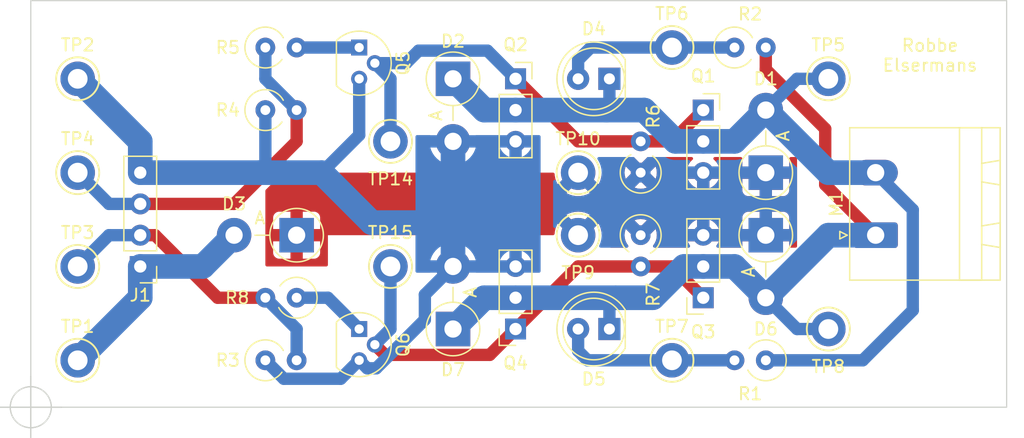
<source format=kicad_pcb>
(kicad_pcb (version 20221018) (generator pcbnew)
  (title_block (title "H-Brug") (date "2023-04-12") (rev "V1.1"))
  (layers (0 "F.Cu" signal) (31 "B.Cu" signal) (34 "B.Paste" user) (35 "F.Paste" user) (36 "B.SilkS" user "B.Silkscreen") (37 "F.SilkS" user "F.Silkscreen") (38 "B.Mask" user) (39 "F.Mask" user) (44 "Edge.Cuts" user))
  (net 0 "")
  (net 1 "Net-(D1-Pad1)")
  (net 2 "Net-(D1-Pad2)")
  (net 3 "GND")
  (net 4 "VCC_MOTOR")
  (net 5 "Net-(D4-Pad2)")
  (net 6 "Net-(D5-Pad1)")
  (net 7 "Net-(D5-Pad2)")
  (net 8 "EN_L")
  (net 9 "EN_R")
  (net 10 "Net-(Q1-Pad1)")
  (net 11 "Net-(Q3-Pad1)")
  (net 12 "Net-(Q5-Pad1)")
  (net 13 "Net-(Q6-Pad1)")
  (footprint "LED_THT:LED_D5.0mm" (layer "F.Cu") (at 130.81 80.01 180)
    (fp_text reference "D4" (at 1.27 4.064) (layer "F.SilkS"))
    (fp_text value "LED")
    (fp_line (start -1.29 -1.545) (end -1.29 1.545) (stroke (width 0.12)) (layer "F.SilkS"))
    (fp_arc (start -1.29 -1.54483) (mid 2.072002 -2.880433) (end 4.26 0.000462) (stroke (width 0.12)) (layer "F.SilkS"))
    (fp_arc (start 4.26 -0.000462) (mid 2.072002 2.880433) (end -1.29 1.54483) (stroke (width 0.12)) (layer "F.SilkS"))
    (fp_circle (center 1.27 0) (end 3.77 0) (stroke (width 0.12)) (fill none) (layer "F.SilkS"))
    (pad "1" thru_hole rect (at 0 0 180) (size 1.8 1.8) (drill 0.9) (layers "*.Cu" "*.Mask") (net 2 "Net-(D1-Pad2)"))
    (pad "2" thru_hole circle (at 2.54 0 180) (size 1.8 1.8) (drill 0.9) (layers "*.Cu" "*.Mask") (net 5 "Net-(D4-Pad2)"))
  )
  (footprint "Connector_PinHeader_2.54mm:PinHeader_1x04_P2.54mm_Vertical" (layer "F.Cu") (at 92.71 95.25 180)
    (fp_text reference "J1" (at 0 -2.33) (layer "F.SilkS"))
    (fp_text value "Conn_01x04")
    (fp_line (start -1.33 -1.33) (end 0 -1.33) (stroke (width 0.12)) (layer "F.SilkS"))
    (fp_line (start -1.33 0) (end -1.33 -1.33) (stroke (width 0.12)) (layer "F.SilkS"))
    (fp_line (start -1.33 1.27) (end -1.33 8.95) (stroke (width 0.12)) (layer "F.SilkS"))
    (fp_line (start -1.33 1.27) (end 1.33 1.27) (stroke (width 0.12)) (layer "F.SilkS"))
    (fp_line (start -1.33 8.95) (end 1.33 8.95) (stroke (width 0.12)) (layer "F.SilkS"))
    (fp_line (start 1.33 1.27) (end 1.33 8.95) (stroke (width 0.12)) (layer "F.SilkS"))
    (pad "1" thru_hole rect (at 0 0 180) (size 1.7 1.7) (drill 1) (layers "*.Cu" "*.Mask") (net 4 "VCC_MOTOR"))
    (pad "2" thru_hole oval (at 0 2.54 180) (size 1.7 1.7) (drill 1) (layers "*.Cu" "*.Mask") (net 8 "EN_L"))
    (pad "3" thru_hole oval (at 0 5.08 180) (size 1.7 1.7) (drill 1) (layers "*.Cu" "*.Mask") (net 9 "EN_R"))
    (pad "4" thru_hole oval (at 0 7.62 180) (size 1.7 1.7) (drill 1) (layers "*.Cu" "*.Mask") (net 3 "GND"))
  )
  (footprint "TestPoint:TestPoint_Keystone_5005-5009_Compact" (layer "F.Cu") (at 87.63 80.01)
    (fp_text reference "TP2" (at 0 -2.75) (layer "F.SilkS"))
    (fp_text value "TestPoint")
    (fp_circle (center 0 0) (end 1.75 0) (stroke (width 0.15)) (fill none) (layer "F.SilkS"))
    (pad "1" thru_hole circle (at 0 0) (size 2.8 2.8) (drill 1.6) (layers "*.Cu" "*.Mask") (net 3 "GND"))
  )
  (footprint "Diode_THT:D_5W_P5.08mm_Vertical_AnodeUp" (layer "F.Cu") (at 143.51 87.63 90)
    (fp_text reference "D1" (at 7.62 0 180) (layer "F.SilkS"))
    (fp_text value "D")
    (fp_text user "A" (at 2.98 1.4 90) (layer "F.SilkS"))
    (fp_line (start 2.174899 0) (end 3.38 0) (stroke (width 0.12)) (layer "F.SilkS"))
    (fp_circle (center 0 0) (end 2.174899 0) (stroke (width 0.12)) (fill none) (layer "F.SilkS"))
    (pad "1" thru_hole rect (at 0 0 90) (size 2.8 2.8) (drill 1.4) (layers "*.Cu" "*.Mask") (net 1 "Net-(D1-Pad1)"))
    (pad "2" thru_hole oval (at 5.08 0 90) (size 2.8 2.8) (drill 1.4) (layers "*.Cu" "*.Mask") (net 2 "Net-(D1-Pad2)"))
  )
  (footprint "Connector_PinSocket_2.54mm:PinSocket_1x03_P2.54mm_Vertical" (layer "F.Cu") (at 138.43 97.79 180)
    (fp_text reference "Q3" (at 0 -2.77) (layer "F.SilkS"))
    (fp_text value "Q_PMOS_GDS")
    (fp_line (start -1.33 1.27) (end -1.33 6.41) (stroke (width 0.12)) (layer "F.SilkS"))
    (fp_line (start -1.33 1.27) (end 1.33 1.27) (stroke (width 0.12)) (layer "F.SilkS"))
    (fp_line (start -1.33 6.41) (end 1.33 6.41) (stroke (width 0.12)) (layer "F.SilkS"))
    (fp_line (start 0 -1.33) (end 1.33 -1.33) (stroke (width 0.12)) (layer "F.SilkS"))
    (fp_line (start 1.33 -1.33) (end 1.33 0) (stroke (width 0.12)) (layer "F.SilkS"))
    (fp_line (start 1.33 1.27) (end 1.33 6.41) (stroke (width 0.12)) (layer "F.SilkS"))
    (pad "1" thru_hole rect (at 0 0 180) (size 1.7 1.7) (drill 1) (layers "*.Cu" "*.Mask") (net 11 "Net-(Q3-Pad1)"))
    (pad "2" thru_hole oval (at 0 2.54 180) (size 1.7 1.7) (drill 1) (layers "*.Cu" "*.Mask") (net 6 "Net-(D5-Pad1)"))
    (pad "3" thru_hole oval (at 0 5.08 180) (size 1.7 1.7) (drill 1) (layers "*.Cu" "*.Mask") (net 1 "Net-(D1-Pad1)"))
  )
  (footprint "Diode_THT:D_5W_P5.08mm_Vertical_AnodeUp" (layer "F.Cu") (at 143.51 92.71 -90)
    (fp_text reference "D6" (at 7.62 0 180) (layer "F.SilkS"))
    (fp_text value "D")
    (fp_text user "A" (at 2.98 1.4 90) (layer "F.SilkS"))
    (fp_line (start 2.174899 0) (end 3.38 0) (stroke (width 0.12)) (layer "F.SilkS"))
    (fp_circle (center 0 0) (end 2.174899 0) (stroke (width 0.12)) (fill none) (layer "F.SilkS"))
    (pad "1" thru_hole rect (at 0 0 270) (size 2.8 2.8) (drill 1.4) (layers "*.Cu" "*.Mask") (net 1 "Net-(D1-Pad1)"))
    (pad "2" thru_hole oval (at 5.08 0 270) (size 2.8 2.8) (drill 1.4) (layers "*.Cu" "*.Mask") (net 6 "Net-(D5-Pad1)"))
  )
  (footprint "Resistor_THT:R_Axial_DIN0309_L9.0mm_D3.2mm_P2.54mm_Vertical" (layer "F.Cu") (at 133.35 87.63 90)
    (fp_text reference "R6" (at 4.572 1.016 90) (layer "F.SilkS"))
    (fp_text value "10k")
    (fp_arc (start 1.344775 0.97138) (mid -1.655812 -0.101418) (end 1.453272 -0.8) (stroke (width 0.12)) (layer "F.SilkS"))
    (pad "1" thru_hole circle (at 0 0 90) (size 1.6 1.6) (drill 0.8) (layers "*.Cu" "*.Mask") (net 1 "Net-(D1-Pad1)"))
    (pad "2" thru_hole oval (at 2.54 0 90) (size 1.6 1.6) (drill 0.8) (layers "*.Cu" "*.Mask") (net 10 "Net-(Q1-Pad1)"))
  )
  (footprint "Resistor_THT:R_Axial_DIN0309_L9.0mm_D3.2mm_P2.54mm_Vertical" (layer "F.Cu") (at 143.51 102.87 180)
    (fp_text reference "R1" (at 1.27 -2.72) (layer "F.SilkS"))
    (fp_text value "560")
    (fp_arc (start 1.344775 0.97138) (mid -1.655812 -0.101418) (end 1.453272 -0.8) (stroke (width 0.12)) (layer "F.SilkS"))
    (pad "1" thru_hole circle (at 0 0 180) (size 1.6 1.6) (drill 0.8) (layers "*.Cu" "*.Mask") (net 2 "Net-(D1-Pad2)"))
    (pad "2" thru_hole oval (at 2.54 0 180) (size 1.6 1.6) (drill 0.8) (layers "*.Cu" "*.Mask") (net 7 "Net-(D5-Pad2)"))
  )
  (footprint "TestPoint:TestPoint_Keystone_5005-5009_Compact" (layer "F.Cu") (at 87.63 95.25)
    (fp_text reference "TP3" (at 0 -2.75) (layer "F.SilkS"))
    (fp_text value "TestPoint")
    (fp_circle (center 0 0) (end 1.75 0) (stroke (width 0.15)) (fill none) (layer "F.SilkS"))
    (pad "1" thru_hole circle (at 0 0) (size 2.8 2.8) (drill 1.6) (layers "*.Cu" "*.Mask") (net 8 "EN_L"))
  )
  (footprint "Package_TO_SOT_THT:TO-92" (layer "F.Cu") (at 110.49 77.47 -90)
    (fp_text reference "Q5" (at 1.27 -3.56 90) (layer "F.SilkS"))
    (fp_text value "Q_NPN_BCE")
    (fp_line (start -0.53 1.85) (end 3.07 1.85) (stroke (width 0.12)) (layer "F.SilkS"))
    (fp_arc (start -0.568478 1.838478) (mid -1.132087 -0.994977) (end 1.27 -2.6) (stroke (width 0.12)) (layer "F.SilkS"))
    (fp_arc (start 1.27 -2.6) (mid 3.672087 -0.994977) (end 3.108478 1.838478) (stroke (width 0.12)) (layer "F.SilkS"))
    (pad "1" thru_hole rect (at 0 0 270) (size 1.3 1.3) (drill 0.75) (layers "*.Cu" "*.Mask") (net 12 "Net-(Q5-Pad1)"))
    (pad "2" thru_hole circle (at 1.27 -1.27 270) (size 1.3 1.3) (drill 0.75) (layers "*.Cu" "*.Mask") (net 10 "Net-(Q1-Pad1)"))
    (pad "3" thru_hole circle (at 2.54 0 270) (size 1.3 1.3) (drill 0.75) (layers "*.Cu" "*.Mask") (net 3 "GND"))
  )
  (footprint "Resistor_THT:R_Axial_DIN0309_L9.0mm_D3.2mm_P2.54mm_Vertical" (layer "F.Cu") (at 102.87 77.47)
    (fp_text reference "R5" (at -3.048 0) (layer "F.SilkS"))
    (fp_text value "330")
    (fp_arc (start 1.344775 0.97138) (mid -1.655812 -0.101418) (end 1.453272 -0.8) (stroke (width 0.12)) (layer "F.SilkS"))
    (pad "1" thru_hole circle (at 0 0) (size 1.6 1.6) (drill 0.8) (layers "*.Cu" "*.Mask") (net 9 "EN_R"))
    (pad "2" thru_hole oval (at 2.54 0) (size 1.6 1.6) (drill 0.8) (layers "*.Cu" "*.Mask") (net 12 "Net-(Q5-Pad1)"))
  )
  (footprint "Diode_THT:D_5W_P5.08mm_Vertical_AnodeUp" (layer "F.Cu") (at 105.41 92.71 180)
    (fp_text reference "D3" (at 5.08 2.54) (layer "F.SilkS"))
    (fp_text value "D")
    (fp_text user "A" (at 2.98 1.4) (layer "F.SilkS"))
    (fp_line (start 2.174899 0) (end 3.38 0) (stroke (width 0.12)) (layer "F.SilkS"))
    (fp_circle (center 0 0) (end 2.174899 0) (stroke (width 0.12)) (fill none) (layer "F.SilkS"))
    (pad "1" thru_hole rect (at 0 0 180) (size 2.8 2.8) (drill 1.4) (layers "*.Cu" "*.Mask") (net 1 "Net-(D1-Pad1)"))
    (pad "2" thru_hole oval (at 5.08 0 180) (size 2.8 2.8) (drill 1.4) (layers "*.Cu" "*.Mask") (net 4 "VCC_MOTOR"))
  )
  (footprint "Diode_THT:D_5W_P5.08mm_Vertical_AnodeUp" (layer "F.Cu") (at 118.11 80.01 -90)
    (fp_text reference "D2" (at -3.048 0 180) (layer "F.SilkS"))
    (fp_text value "D")
    (fp_text user "A" (at 2.98 1.4 90) (layer "F.SilkS"))
    (fp_line (start 2.174899 0) (end 3.38 0) (stroke (width 0.12)) (layer "F.SilkS"))
    (fp_circle (center 0 0) (end 2.174899 0) (stroke (width 0.12)) (fill none) (layer "F.SilkS"))
    (pad "1" thru_hole rect (at 0 0 270) (size 2.8 2.8) (drill 1.4) (layers "*.Cu" "*.Mask") (net 2 "Net-(D1-Pad2)"))
    (pad "2" thru_hole oval (at 5.08 0 270) (size 2.8 2.8) (drill 1.4) (layers "*.Cu" "*.Mask") (net 3 "GND"))
  )
  (footprint "TestPoint:TestPoint_Keystone_5005-5009_Compact" (layer "F.Cu") (at 135.89 102.87)
    (fp_text reference "TP7" (at 0 -2.75) (layer "F.SilkS"))
    (fp_text value "TestPoint")
    (fp_circle (center 0 0) (end 1.75 0) (stroke (width 0.15)) (fill none) (layer "F.SilkS"))
    (pad "1" thru_hole circle (at 0 0) (size 2.8 2.8) (drill 1.6) (layers "*.Cu" "*.Mask") (net 7 "Net-(D5-Pad2)"))
  )
  (footprint "TestPoint:TestPoint_Keystone_5005-5009_Compact" (layer "F.Cu") (at 148.59 80.01)
    (fp_text reference "TP5" (at 0 -2.75) (layer "F.SilkS"))
    (fp_text value "TestPoint")
    (fp_circle (center 0 0) (end 1.75 0) (stroke (width 0.15)) (fill none) (layer "F.SilkS"))
    (pad "1" thru_hole circle (at 0 0) (size 2.8 2.8) (drill 1.6) (layers "*.Cu" "*.Mask") (net 2 "Net-(D1-Pad2)"))
  )
  (footprint "LED_THT:LED_D5.0mm" (layer "F.Cu") (at 130.81 100.33 180)
    (fp_text reference "D5" (at 1.27 -4.064) (layer "F.SilkS"))
    (fp_text value "LED")
    (fp_line (start -1.29 -1.545) (end -1.29 1.545) (stroke (width 0.12)) (layer "F.SilkS"))
    (fp_arc (start -1.29 -1.54483) (mid 2.072002 -2.880433) (end 4.26 0.000462) (stroke (width 0.12)) (layer "F.SilkS"))
    (fp_arc (start 4.26 -0.000462) (mid 2.072002 2.880433) (end -1.29 1.54483) (stroke (width 0.12)) (layer "F.SilkS"))
    (fp_circle (center 1.27 0) (end 3.77 0) (stroke (width 0.12)) (fill none) (layer "F.SilkS"))
    (pad "1" thru_hole rect (at 0 0 180) (size 1.8 1.8) (drill 0.9) (layers "*.Cu" "*.Mask") (net 6 "Net-(D5-Pad1)"))
    (pad "2" thru_hole circle (at 2.54 0 180) (size 1.8 1.8) (drill 0.9) (layers "*.Cu" "*.Mask") (net 7 "Net-(D5-Pad2)"))
  )
  (footprint "TestPoint:TestPoint_Keystone_5005-5009_Compact" (layer "F.Cu") (at 113.03 85.09)
    (fp_text reference "TP14" (at 0 3.048) (layer "F.SilkS"))
    (fp_text value "TestPoint")
    (fp_circle (center 0 0) (end 1.75 0) (stroke (width 0.15)) (fill none) (layer "F.SilkS"))
    (pad "1" thru_hole circle (at 0 0) (size 2.8 2.8) (drill 1.6) (layers "*.Cu" "*.Mask") (net 10 "Net-(Q1-Pad1)"))
  )
  (footprint "Connector_PinSocket_2.54mm:PinSocket_1x03_P2.54mm_Vertical" (layer "F.Cu") (at 123.19 80.01)
    (fp_text reference "Q2" (at 0 -2.77) (layer "F.SilkS"))
    (fp_text value "Q_NMOS_GDS")
    (fp_line (start -1.33 1.27) (end -1.33 6.41) (stroke (width 0.12)) (layer "F.SilkS"))
    (fp_line (start -1.33 1.27) (end 1.33 1.27) (stroke (width 0.12)) (layer "F.SilkS"))
    (fp_line (start -1.33 6.41) (end 1.33 6.41) (stroke (width 0.12)) (layer "F.SilkS"))
    (fp_line (start 0 -1.33) (end 1.33 -1.33) (stroke (width 0.12)) (layer "F.SilkS"))
    (fp_line (start 1.33 -1.33) (end 1.33 0) (stroke (width 0.12)) (layer "F.SilkS"))
    (fp_line (start 1.33 1.27) (end 1.33 6.41) (stroke (width 0.12)) (layer "F.SilkS"))
    (pad "1" thru_hole rect (at 0 0) (size 1.7 1.7) (drill 1) (layers "*.Cu" "*.Mask") (net 10 "Net-(Q1-Pad1)"))
    (pad "2" thru_hole oval (at 0 2.54) (size 1.7 1.7) (drill 1) (layers "*.Cu" "*.Mask") (net 2 "Net-(D1-Pad2)"))
    (pad "3" thru_hole oval (at 0 5.08) (size 1.7 1.7) (drill 1) (layers "*.Cu" "*.Mask") (net 3 "GND"))
  )
  (footprint "Resistor_THT:R_Axial_DIN0309_L9.0mm_D3.2mm_P2.54mm_Vertical" (layer "F.Cu") (at 105.41 97.79 180)
    (fp_text reference "R8" (at 4.826 0) (layer "F.SilkS"))
    (fp_text value "330")
    (fp_arc (start 1.344775 0.97138) (mid -1.655812 -0.101418) (end 1.453272 -0.8) (stroke (width 0.12)) (layer "F.SilkS"))
    (pad "1" thru_hole circle (at 0 0 180) (size 1.6 1.6) (drill 0.8) (layers "*.Cu" "*.Mask") (net 13 "Net-(Q6-Pad1)"))
    (pad "2" thru_hole oval (at 2.54 0 180) (size 1.6 1.6) (drill 0.8) (layers "*.Cu" "*.Mask") (net 8 "EN_L"))
  )
  (footprint "TestPoint:TestPoint_Keystone_5005-5009_Compact" (layer "F.Cu") (at 87.63 87.63)
    (fp_text reference "TP4" (at 0 -2.75) (layer "F.SilkS"))
    (fp_text value "TestPoint")
    (fp_circle (center 0 0) (end 1.75 0) (stroke (width 0.15)) (fill none) (layer "F.SilkS"))
    (pad "1" thru_hole circle (at 0 0) (size 2.8 2.8) (drill 1.6) (layers "*.Cu" "*.Mask") (net 9 "EN_R"))
  )
  (footprint "TestPoint:TestPoint_Keystone_5005-5009_Compact" (layer "F.Cu") (at 148.59 100.33)
    (fp_text reference "TP8" (at 0 3.048) (layer "F.SilkS"))
    (fp_text value "TestPoint")
    (fp_circle (center 0 0) (end 1.75 0) (stroke (width 0.15)) (fill none) (layer "F.SilkS"))
    (pad "1" thru_hole circle (at 0 0) (size 2.8 2.8) (drill 1.6) (layers "*.Cu" "*.Mask") (net 6 "Net-(D5-Pad1)"))
  )
  (footprint "Package_TO_SOT_THT:TO-92" (layer "F.Cu") (at 110.49 100.33 -90)
    (fp_text reference "Q6" (at 1.27 -3.56 90) (layer "F.SilkS"))
    (fp_text value "Q_NPN_BCE")
    (fp_line (start -0.53 1.85) (end 3.07 1.85) (stroke (width 0.12)) (layer "F.SilkS"))
    (fp_arc (start -0.568478 1.838478) (mid -1.132087 -0.994977) (end 1.27 -2.6) (stroke (width 0.12)) (layer "F.SilkS"))
    (fp_arc (start 1.27 -2.6) (mid 3.672087 -0.994977) (end 3.108478 1.838478) (stroke (width 0.12)) (layer "F.SilkS"))
    (pad "1" thru_hole rect (at 0 0 270) (size 1.3 1.3) (drill 0.75) (layers "*.Cu" "*.Mask") (net 13 "Net-(Q6-Pad1)"))
    (pad "2" thru_hole circle (at 1.27 -1.27 270) (size 1.3 1.3) (drill 0.75) (layers "*.Cu" "*.Mask") (net 11 "Net-(Q3-Pad1)"))
    (pad "3" thru_hole circle (at 2.54 0 270) (size 1.3 1.3) (drill 0.75) (layers "*.Cu" "*.Mask") (net 3 "GND"))
  )
  (footprint "Connector_Phoenix_MSTB:PhoenixContact_MSTBA_2,5_2-G-5,08_1x02_P5.08mm_Horizontal" (layer "F.Cu") (at 152.4325 92.71 90)
    (fp_text reference "M1" (at 2.54 -3.2 90) (layer "F.SilkS"))
    (fp_text value "Motor_DC")
    (fp_line (start -3.65 -2.11) (end -3.65 10.11) (stroke (width 0.12)) (layer "F.SilkS"))
    (fp_line (start -3.65 6.81) (end 8.73 6.81) (stroke (width 0.12)) (layer "F.SilkS"))
    (fp_line (start -3.65 8.61) (end -3.65 6.81) (stroke (width 0.12)) (layer "F.SilkS"))
    (fp_line (start -3.65 10.11) (end 8.73 10.11) (stroke (width 0.12)) (layer "F.SilkS"))
    (fp_line (start -1 10.11) (end 1 10.11) (stroke (width 0.12)) (layer "F.SilkS"))
    (fp_line (start -0.75 8.61) (end -1 10.11) (stroke (width 0.12)) (layer "F.SilkS"))
    (fp_line (start -0.3 -2.91) (end 0.3 -2.91) (stroke (width 0.12)) (layer "F.SilkS"))
    (fp_line (start 0 -2.31) (end -0.3 -2.91) (stroke (width 0.12)) (layer "F.SilkS"))
    (fp_line (start 0.3 -2.91) (end 0 -2.31) (stroke (width 0.12)) (layer "F.SilkS"))
    (fp_line (start 0.75 8.61) (end -0.75 8.61) (stroke (width 0.12)) (layer "F.SilkS"))
    (fp_line (start 1 10.11) (end 0.75 8.61) (stroke (width 0.12)) (layer "F.SilkS"))
    (fp_line (start 4.08 10.11) (end 6.08 10.11) (stroke (width 0.12)) (layer "F.SilkS"))
    (fp_line (start 4.33 8.61) (end 4.08 10.11) (stroke (width 0.12)) (layer "F.SilkS"))
    (fp_line (start 5.83 8.61) (end 4.33 8.61) (stroke (width 0.12)) (layer "F.SilkS"))
    (fp_line (start 6.08 10.11) (end 5.83 8.61) (stroke (width 0.12)) (layer "F.SilkS"))
    (fp_line (start 8.73 -2.11) (end -3.65 -2.11) (stroke (width 0.12)) (layer "F.SilkS"))
    (fp_line (start 8.73 6.81) (end 8.73 8.61) (stroke (width 0.12)) (layer "F.SilkS"))
    (fp_line (start 8.73 8.61) (end -3.65 8.61) (stroke (width 0.12)) (layer "F.SilkS"))
    (fp_line (start 8.73 10.11) (end 8.73 -2.11) (stroke (width 0.12)) (layer "F.SilkS"))
    (pad "1" thru_hole roundrect (at 0 0 90) (size 2.08 3.6) (drill 1.4) (layers "*.Cu" "*.Mask") (roundrect_rratio 0.1201918269) (net 6 "Net-(D5-Pad1)"))
    (pad "2" thru_hole oval (at 5.08 0 90) (size 2.08 3.6) (drill 1.4) (layers "*.Cu" "*.Mask") (net 2 "Net-(D1-Pad2)"))
  )
  (footprint "Resistor_THT:R_Axial_DIN0309_L9.0mm_D3.2mm_P2.54mm_Vertical" (layer "F.Cu") (at 133.35 92.71 -90)
    (fp_text reference "R7" (at 4.826 -1.016 -90) (layer "F.SilkS"))
    (fp_text value "10k")
    (fp_arc (start 1.344775 0.97138) (mid -1.655812 -0.101418) (end 1.453272 -0.8) (stroke (width 0.12)) (layer "F.SilkS"))
    (pad "1" thru_hole circle (at 0 0 270) (size 1.6 1.6) (drill 0.8) (layers "*.Cu" "*.Mask") (net 1 "Net-(D1-Pad1)"))
    (pad "2" thru_hole oval (at 2.54 0 270) (size 1.6 1.6) (drill 0.8) (layers "*.Cu" "*.Mask") (net 11 "Net-(Q3-Pad1)"))
  )
  (footprint "Connector_PinSocket_2.54mm:PinSocket_1x03_P2.54mm_Vertical" (layer "F.Cu") (at 138.43 82.55)
    (fp_text reference "Q1" (at 0 -2.77) (layer "F.SilkS"))
    (fp_text value "Q_PMOS_GDS")
    (fp_line (start -1.33 1.27) (end -1.33 6.41) (stroke (width 0.12)) (layer "F.SilkS"))
    (fp_line (start -1.33 1.27) (end 1.33 1.27) (stroke (width 0.12)) (layer "F.SilkS"))
    (fp_line (start -1.33 6.41) (end 1.33 6.41) (stroke (width 0.12)) (layer "F.SilkS"))
    (fp_line (start 0 -1.33) (end 1.33 -1.33) (stroke (width 0.12)) (layer "F.SilkS"))
    (fp_line (start 1.33 -1.33) (end 1.33 0) (stroke (width 0.12)) (layer "F.SilkS"))
    (fp_line (start 1.33 1.27) (end 1.33 6.41) (stroke (width 0.12)) (layer "F.SilkS"))
    (pad "1" thru_hole rect (at 0 0) (size 1.7 1.7) (drill 1) (layers "*.Cu" "*.Mask") (net 10 "Net-(Q1-Pad1)"))
    (pad "2" thru_hole oval (at 0 2.54) (size 1.7 1.7) (drill 1) (layers "*.Cu" "*.Mask") (net 2 "Net-(D1-Pad2)"))
    (pad "3" thru_hole oval (at 0 5.08) (size 1.7 1.7) (drill 1) (layers "*.Cu" "*.Mask") (net 1 "Net-(D1-Pad1)"))
  )
  (footprint "Connector_PinSocket_2.54mm:PinSocket_1x03_P2.54mm_Vertical" (layer "F.Cu") (at 123.19 100.33 180)
    (fp_text reference "Q4" (at 0 -2.77) (layer "F.SilkS"))
    (fp_text value "Q_NMOS_GDS")
    (fp_line (start -1.33 1.27) (end -1.33 6.41) (stroke (width 0.12)) (layer "F.SilkS"))
    (fp_line (start -1.33 1.27) (end 1.33 1.27) (stroke (width 0.12)) (layer "F.SilkS"))
    (fp_line (start -1.33 6.41) (end 1.33 6.41) (stroke (width 0.12)) (layer "F.SilkS"))
    (fp_line (start 0 -1.33) (end 1.33 -1.33) (stroke (width 0.12)) (layer "F.SilkS"))
    (fp_line (start 1.33 -1.33) (end 1.33 0) (stroke (width 0.12)) (layer "F.SilkS"))
    (fp_line (start 1.33 1.27) (end 1.33 6.41) (stroke (width 0.12)) (layer "F.SilkS"))
    (pad "1" thru_hole rect (at 0 0 180) (size 1.7 1.7) (drill 1) (layers "*.Cu" "*.Mask") (net 11 "Net-(Q3-Pad1)"))
    (pad "2" thru_hole oval (at 0 2.54 180) (size 1.7 1.7) (drill 1) (layers "*.Cu" "*.Mask") (net 6 "Net-(D5-Pad1)"))
    (pad "3" thru_hole oval (at 0 5.08 180) (size 1.7 1.7) (drill 1) (layers "*.Cu" "*.Mask") (net 3 "GND"))
  )
  (footprint "TestPoint:TestPoint_Keystone_5005-5009_Compact" (layer "F.Cu") (at 113.03 95.25)
    (fp_text reference "TP15" (at 0 -2.75) (layer "F.SilkS"))
    (fp_text value "TestPoint")
    (fp_circle (center 0 0) (end 1.75 0) (stroke (width 0.15)) (fill none) (layer "F.SilkS"))
    (pad "1" thru_hole circle (at 0 0) (size 2.8 2.8) (drill 1.6) (layers "*.Cu" "*.Mask") (net 11 "Net-(Q3-Pad1)"))
  )
  (footprint "Resistor_THT:R_Axial_DIN0309_L9.0mm_D3.2mm_P2.54mm_Vertical" (layer "F.Cu") (at 102.87 82.55)
    (fp_text reference "R4" (at -3.048 0) (layer "F.SilkS"))
    (fp_text value "10k")
    (fp_arc (start 1.344775 0.97138) (mid -1.655812 -0.101418) (end 1.453272 -0.8) (stroke (width 0.12)) (layer "F.SilkS"))
    (pad "1" thru_hole circle (at 0 0) (size 1.6 1.6) (drill 0.8) (layers "*.Cu" "*.Mask") (net 3 "GND"))
    (pad "2" thru_hole oval (at 2.54 0) (size 1.6 1.6) (drill 0.8) (layers "*.Cu" "*.Mask") (net 9 "EN_R"))
  )
  (footprint "TestPoint:TestPoint_Keystone_5005-5009_Compact" (layer "F.Cu") (at 87.63 102.87)
    (fp_text reference "TP1" (at 0 -2.75) (layer "F.SilkS"))
    (fp_text value "TestPoint")
    (fp_circle (center 0 0) (end 1.75 0) (stroke (width 0.15)) (fill none) (layer "F.SilkS"))
    (pad "1" thru_hole circle (at 0 0) (size 2.8 2.8) (drill 1.6) (layers "*.Cu" "*.Mask") (net 4 "VCC_MOTOR"))
  )
  (footprint "Diode_THT:D_5W_P5.08mm_Vertical_AnodeUp" (layer "F.Cu") (at 118.11 100.33 90)
    (fp_text reference "D7" (at -3.302 0) (layer "F.SilkS"))
    (fp_text value "D")
    (fp_text user "A" (at 2.98 1.4 90) (layer "F.SilkS"))
    (fp_line (start 2.174899 0) (end 3.38 0) (stroke (width 0.12)) (layer "F.SilkS"))
    (fp_circle (center 0 0) (end 2.174899 0) (stroke (width 0.12)) (fill none) (layer "F.SilkS"))
    (pad "1" thru_hole rect (at 0 0 90) (size 2.8 2.8) (drill 1.4) (layers "*.Cu" "*.Mask") (net 6 "Net-(D5-Pad1)"))
    (pad "2" thru_hole oval (at 5.08 0 90) (size 2.8 2.8) (drill 1.4) (layers "*.Cu" "*.Mask") (net 3 "GND"))
  )
  (footprint "TestPoint:TestPoint_Keystone_5005-5009_Compact" (layer "F.Cu") (at 128.27 87.63)
    (fp_text reference "TP10" (at 0 -2.75) (layer "F.SilkS"))
    (fp_text value "TestPoint")
    (fp_circle (center 0 0) (end 1.75 0) (stroke (width 0.15)) (fill none) (layer "F.SilkS"))
    (pad "1" thru_hole circle (at 0 0) (size 2.8 2.8) (drill 1.6) (layers "*.Cu" "*.Mask") (net 1 "Net-(D1-Pad1)"))
  )
  (footprint "Resistor_THT:R_Axial_DIN0309_L9.0mm_D3.2mm_P2.54mm_Vertical" (layer "F.Cu") (at 140.97 77.47)
    (fp_text reference "R2" (at 1.27 -2.72) (layer "F.SilkS"))
    (fp_text value "560")
    (fp_arc (start 1.344775 0.97138) (mid -1.655812 -0.101418) (end 1.453272 -0.8) (stroke (width 0.12)) (layer "F.SilkS"))
    (pad "1" thru_hole circle (at 0 0) (size 1.6 1.6) (drill 0.8) (layers "*.Cu" "*.Mask") (net 5 "Net-(D4-Pad2)"))
    (pad "2" thru_hole oval (at 2.54 0) (size 1.6 1.6) (drill 0.8) (layers "*.Cu" "*.Mask") (net 6 "Net-(D5-Pad1)"))
  )
  (footprint "Resistor_THT:R_Axial_DIN0309_L9.0mm_D3.2mm_P2.54mm_Vertical" (layer "F.Cu") (at 102.87 102.87)
    (fp_text reference "R3" (at -3.048 0) (layer "F.SilkS"))
    (fp_text value "10k")
    (fp_arc (start 1.344775 0.97138) (mid -1.655812 -0.101418) (end 1.453272 -0.8) (stroke (width 0.12)) (layer "F.SilkS"))
    (pad "1" thru_hole circle (at 0 0) (size 1.6 1.6) (drill 0.8) (layers "*.Cu" "*.Mask") (net 3 "GND"))
    (pad "2" thru_hole oval (at 2.54 0) (size 1.6 1.6) (drill 0.8) (layers "*.Cu" "*.Mask") (net 8 "EN_L"))
  )
  (footprint "TestPoint:TestPoint_Keystone_5005-5009_Compact" (layer "F.Cu") (at 135.89 77.47)
    (fp_text reference "TP6" (at 0 -2.75) (layer "F.SilkS"))
    (fp_text value "TestPoint")
    (fp_circle (center 0 0) (end 1.75 0) (stroke (width 0.15)) (fill none) (layer "F.SilkS"))
    (pad "1" thru_hole circle (at 0 0) (size 2.8 2.8) (drill 1.6) (layers "*.Cu" "*.Mask") (net 5 "Net-(D4-Pad2)"))
  )
  (footprint "TestPoint:TestPoint_Keystone_5005-5009_Compact" (layer "F.Cu") (at 128.27 92.71)
    (fp_text reference "TP9" (at 0 3.048) (layer "F.SilkS"))
    (fp_text value "TestPoint")
    (fp_circle (center 0 0) (end 1.75 0) (stroke (width 0.15)) (fill none) (layer "F.SilkS"))
    (pad "1" thru_hole circle (at 0 0) (size 2.8 2.8) (drill 1.6) (layers "*.Cu" "*.Mask") (net 1 "Net-(D1-Pad1)"))
  )
  (gr_rect (start 83.82 73.66) (end 163.068 106.68) (stroke (width 0.1)) (fill none) (layer "Edge.Cuts"))
  (gr_text "Robbe\nElsermans" (at 156.845 78.105) (layer "F.SilkS") (effects (font (size 1 1))))
  (target plus (at 83.82 106.68) (size 5) (width 0.1) (layer "Edge.Cuts"))
  (target plus (at 83.82 106.68) (size 5) (width 0.1) (layer "Edge.Cuts"))
  (segment (start 136.177737 85.09) (end 133.637737 82.55) (width 2) (layer "B.Cu") (net 2))
  (segment (start 133.637737 82.55) (end 130.556 82.55) (width 2) (layer "B.Cu") (net 2))
  (segment (start 130.81 80.01) (end 130.81 82.296) (width 1) (layer "B.Cu") (net 2))
  (segment (start 143.51 82.55) (end 140.97 85.09) (width 2) (layer "B.Cu") (net 2))
  (segment (start 146.05 80.01) (end 143.51 82.55) (width 1) (layer "B.Cu") (net 2))
  (segment (start 120.65 82.55) (end 118.11 80.01) (width 2) (layer "B.Cu") (net 2))
  (segment (start 155.448 90.6455) (end 152.4325 87.63) (width 1) (layer "B.Cu") (net 2))
  (segment (start 130.81 82.296) (end 130.556 82.55) (width 1) (layer "B.Cu") (net 2))
  (segment (start 155.448 98.806) (end 155.448 90.6455) (width 1) (layer "B.Cu") (net 2))
  (segment (start 152.4325 87.63) (end 148.59 87.63) (width 2) (layer "B.Cu") (net 2))
  (segment (start 148.59 80.01) (end 146.05 80.01) (width 1) (layer "B.Cu") (net 2))
  (segment (start 140.97 85.09) (end 138.43 85.09) (width 2) (layer "B.Cu") (net 2))
  (segment (start 143.51 102.87) (end 151.384 102.87) (width 1) (layer "B.Cu") (net 2))
  (segment (start 148.59 87.63) (end 143.51 82.55) (width 2) (layer "B.Cu") (net 2))
  (segment (start 130.556 82.55) (end 123.19 82.55) (width 2) (layer "B.Cu") (net 2))
  (segment (start 151.384 102.87) (end 155.448 98.806) (width 1) (layer "B.Cu") (net 2))
  (segment (start 123.19 82.55) (end 120.65 82.55) (width 2) (layer "B.Cu") (net 2))
  (segment (start 138.43 85.09) (end 136.177737 85.09) (width 2) (layer "B.Cu") (net 2))
  (segment (start 111.139999 103.519999) (end 111.872001 103.519999) (width 1) (layer "B.Cu") (net 3))
  (segment (start 118.11 90.932) (end 118.11 85.09) (width 2) (layer "B.Cu") (net 3))
  (segment (start 110.49 102.87) (end 111.139999 103.519999) (width 1) (layer "B.Cu") (net 3))
  (segment (start 110.49 102.87) (end 108.990489 104.369511) (width 1) (layer "B.Cu") (net 3))
  (segment (start 104.369511 104.369511) (end 102.87 102.87) (width 1) (layer "B.Cu") (net 3))
  (segment (start 87.63 80.01) (end 92.71 85.09) (width 2) (layer "B.Cu") (net 3))
  (segment (start 115.824 99.568) (end 115.824 97.536) (width 1) (layer "B.Cu") (net 3))
  (segment (start 116.586 91.694) (end 112.268 91.694) (width 2) (layer "B.Cu") (net 3))
  (segment (start 102.87 87.122) (end 102.362 87.63) (width 1) (layer "B.Cu") (net 3))
  (segment (start 110.49 80.01) (end 110.49 84.582) (width 1) (layer "B.Cu") (net 3))
  (segment (start 102.87 82.55) (end 102.87 87.122) (width 1) (layer "B.Cu") (net 3))
  (segment (start 115.824 97.536) (end 118.11 95.25) (width 1) (layer "B.Cu") (net 3))
  (segment (start 92.71 85.09) (end 92.71 87.63) (width 2) (layer "B.Cu") (net 3))
  (segment (start 111.872001 103.519999) (end 115.824 99.568) (width 1) (layer "B.Cu") (net 3))
  (segment (start 111.506 91.694) (end 117.348 91.694) (width 2) (layer "B.Cu") (net 3))
  (segment (start 118.11 95.25) (end 118.11 93.218) (width 2) (layer "B.Cu") (net 3))
  (segment (start 108.990489 104.369511) (end 104.369511 104.369511) (width 1) (layer "B.Cu") (net 3))
  (segment (start 118.11 93.218) (end 116.586 91.694) (width 2) (layer "B.Cu") (net 3))
  (segment (start 92.71 87.63) (end 102.362 87.63) (width 2) (layer "B.Cu") (net 3))
  (segment (start 117.348 91.694) (end 118.11 90.932) (width 2) (layer "B.Cu") (net 3))
  (segment (start 110.49 84.582) (end 107.442 87.63) (width 1) (layer "B.Cu") (net 3))
  (segment (start 107.442 87.63) (end 111.506 91.694) (width 2) (layer "B.Cu") (net 3))
  (segment (start 102.362 87.63) (end 107.442 87.63) (width 2) (layer "B.Cu") (net 3))
  (segment (start 97.79 95.25) (end 100.33 92.71) (width 2) (layer "B.Cu") (net 4))
  (segment (start 92.71 97.79) (end 87.63 102.87) (width 2) (layer "B.Cu") (net 4))
  (segment (start 92.71 95.25) (end 97.79 95.25) (width 2) (layer "B.Cu") (net 4))
  (segment (start 92.71 95.25) (end 92.71 97.79) (width 2) (layer "B.Cu") (net 4))
  (segment (start 135.89 77.47) (end 140.97 77.47) (width 1) (layer "B.Cu") (net 5))
  (segment (start 128.27 80.01) (end 128.27 78.486) (width 1) (layer "B.Cu") (net 5))
  (segment (start 128.27 78.486) (end 129.286 77.47) (width 1) (layer "B.Cu") (net 5))
  (segment (start 129.286 77.47) (end 135.89 77.47) (width 1) (layer "B.Cu") (net 5))
  (segment (start 148.336 84.074) (end 148.336 88.6135) (width 1) (layer "F.Cu") (net 6))
  (segment (start 143.51 77.47) (end 143.51 79.248) (width 1) (layer "F.Cu") (net 6))
  (segment (start 143.51 79.248) (end 148.336 84.074) (width 1) (layer "F.Cu") (net 6))
  (segment (start 148.336 88.6135) (end 152.4325 92.71) (width 1) (layer "F.Cu") (net 6))
  (segment (start 134.330978 97.79) (end 131.318 97.79) (width 2) (layer "B.Cu") (net 6))
  (segment (start 130.81 100.33) (end 130.81 98.298) (width 1) (layer "B.Cu") (net 6))
  (segment (start 148.59 100.33) (end 146.05 100.33) (width 1) (layer "B.Cu") (net 6))
  (segment (start 152.4325 92.71) (end 148.59 92.71) (width 2) (layer "B.Cu") (net 6))
  (segment (start 146.05 100.33) (end 143.51 97.79) (width 1) (layer "B.Cu") (net 6))
  (segment (start 148.59 92.71) (end 143.51 97.79) (width 2) (layer "B.Cu") (net 6))
  (segment (start 131.318 97.79) (end 123.19 97.79) (width 2) (layer "B.Cu") (net 6))
  (segment (start 120.65 97.79) (end 118.11 100.33) (width 2) (layer "B.Cu") (net 6))
  (segment (start 143.51 97.79) (end 140.97 95.25) (width 2) (layer "B.Cu") (net 6))
  (segment (start 123.19 97.79) (end 120.65 97.79) (width 2) (layer "B.Cu") (net 6))
  (segment (start 130.81 98.298) (end 131.318 97.79) (width 1) (layer "B.Cu") (net 6))
  (segment (start 140.97 95.25) (end 138.43 95.25) (width 2) (layer "B.Cu") (net 6))
  (segment (start 138.43 95.25) (end 136.870978 95.25) (width 2) (layer "B.Cu") (net 6))
  (segment (start 136.870978 95.25) (end 134.330978 97.79) (width 2) (layer "B.Cu") (net 6))
  (segment (start 128.27 100.33) (end 128.27 102.108) (width 1) (layer "B.Cu") (net 7))
  (segment (start 129.032 102.87) (end 128.27 102.108) (width 1) (layer "B.Cu") (net 7))
  (segment (start 135.89 102.87) (end 140.97 102.87) (width 1) (layer "B.Cu") (net 7))
  (segment (start 135.89 102.87) (end 129.032 102.87) (width 1) (layer "B.Cu") (net 7))
  (segment (start 92.71 92.71) (end 93.912081 92.71) (width 1) (layer "F.Cu") (net 8))
  (segment (start 93.912081 92.71) (end 98.992081 97.79) (width 1) (layer "F.Cu") (net 8))
  (segment (start 98.992081 97.79) (end 102.87 97.79) (width 1) (layer "F.Cu") (net 8))
  (segment (start 105.41 102.87) (end 105.41 100.33) (width 1) (layer "B.Cu") (net 8))
  (segment (start 90.17 92.71) (end 92.71 92.71) (width 1) (layer "B.Cu") (net 8))
  (segment (start 105.41 100.33) (end 102.87 97.79) (width 1) (layer "B.Cu") (net 8))
  (segment (start 87.63 95.25) (end 90.17 92.71) (width 1) (layer "B.Cu") (net 8))
  (segment (start 100.33 90.17) (end 105.41 85.09) (width 1) (layer "F.Cu") (net 9))
  (segment (start 92.71 90.17) (end 100.33 90.17) (width 1) (layer "F.Cu") (net 9))
  (segment (start 105.41 85.09) (end 105.41 82.55) (width 1) (layer "F.Cu") (net 9))
  (segment (start 102.87 80.01) (end 102.87 77.47) (width 1) (layer "B.Cu") (net 9))
  (segment (start 87.63 87.63) (end 90.17 90.17) (width 1) (layer "B.Cu") (net 9))
  (segment (start 105.41 82.55) (end 102.87 80.01) (width 1) (layer "B.Cu") (net 9))
  (segment (start 90.17 90.17) (end 92.71 90.17) (width 1) (layer "B.Cu") (net 9))
  (segment (start 128.27 85.09) (end 133.35 85.09) (width 1) (layer "F.Cu") (net 10))
  (segment (start 133.35 85.09) (end 135.89 85.09) (width 1) (layer "F.Cu") (net 10))
  (segment (start 135.89 85.09) (end 138.43 82.55) (width 1) (layer "F.Cu") (net 10))
  (segment (start 123.19 80.01) (end 128.27 85.09) (width 1) (layer "F.Cu") (net 10))
  (segment (start 120.904 77.724) (end 115.316 77.724) (width 1) (layer "B.Cu") (net 10))
  (segment (start 114.3 78.74) (end 111.76 78.74) (width 1) (layer "B.Cu") (net 10))
  (segment (start 123.19 80.01) (end 120.904 77.724) (width 1) (layer "B.Cu") (net 10))
  (segment (start 113.03 80.01) (end 113.03 85.09) (width 1) (layer "B.Cu") (net 10))
  (segment (start 111.76 78.74) (end 113.03 80.01) (width 1) (layer "B.Cu") (net 10))
  (segment (start 115.316 77.724) (end 114.3 78.74) (width 1) (layer "B.Cu") (net 10))
  (segment (start 112.589511 102.429511) (end 121.090489 102.429511) (width 1) (layer "F.Cu") (net 11))
  (segment (start 135.89 95.25) (end 138.43 97.79) (width 1) (layer "F.Cu") (net 11))
  (segment (start 133.35 95.25) (end 135.89 95.25) (width 1) (layer "F.Cu") (net 11))
  (segment (start 121.090489 102.429511) (end 123.19 100.33) (width 1) (layer "F.Cu") (net 11))
  (segment (start 111.76 101.6) (end 112.589511 102.429511) (width 1) (layer "F.Cu") (net 11))
  (segment (start 123.19 100.33) (end 128.27 95.25) (width 1) (layer "F.Cu") (net 11))
  (segment (start 128.27 95.25) (end 133.35 95.25) (width 1) (layer "F.Cu") (net 11))
  (segment (start 111.76 101.6) (end 113.03 100.33) (width 1) (layer "B.Cu") (net 11))
  (segment (start 113.03 100.33) (end 113.03 95.25) (width 1) (layer "B.Cu") (net 11))
  (segment (start 105.41 77.47) (end 110.49 77.47) (width 1) (layer "B.Cu") (net 12))
  (segment (start 105.41 97.79) (end 107.95 97.79) (width 1) (layer "B.Cu") (net 13))
  (segment (start 107.95 97.79) (end 110.49 100.33) (width 1) (layer "B.Cu") (net 13))
  (zone (net 1) (net_name "Net-(D1-Pad1)") (layer "F.Cu") (connect_pads (clearance 0.508)) (min_thickness 0.254) (fill yes (thermal_gap 0.508) (thermal_bridge_width 1))
    (polygon (pts (xy 146.05 93.726) (xy 130.81 93.726) (xy 130.81 92.71) (xy 107.95 92.71) (xy 107.95 95.25) (xy 102.87 95.25) (xy 102.87 87.63) (xy 130.81 87.63) (xy 130.81 86.36) (xy 146.05 86.36)))
  )
  (zone (net 3) (net_name "GND") (layer "B.Cu") (connect_pads (clearance 0.508)) (min_thickness 0.254) (fill yes (thermal_gap 0.508) (thermal_bridge_width 1))
    (polygon (pts (xy 125.222 95.758) (xy 115.062 95.758) (xy 115.062 84.582) (xy 125.222 84.582)))
  )
  (zone (net 1) (net_name "Net-(D1-Pad1)") (layer "B.Cu") (connect_pads (clearance 0.508)) (min_thickness 0.254) (fill yes (thermal_gap 0.508) (thermal_bridge_width 1))
    (polygon (pts (xy 146.05 93.726) (xy 126.238 93.726) (xy 126.238 86.36) (xy 146.05 86.36)))
  )
)
</source>
